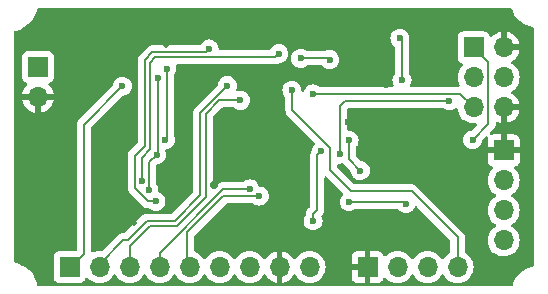
<source format=gbr>
%TF.GenerationSoftware,KiCad,Pcbnew,8.0.5*%
%TF.CreationDate,2024-09-30T08:41:21+06:00*%
%TF.ProjectId,MCU Datalogger,4d435520-4461-4746-916c-6f676765722e,rev?*%
%TF.SameCoordinates,Original*%
%TF.FileFunction,Copper,L2,Bot*%
%TF.FilePolarity,Positive*%
%FSLAX46Y46*%
G04 Gerber Fmt 4.6, Leading zero omitted, Abs format (unit mm)*
G04 Created by KiCad (PCBNEW 8.0.5) date 2024-09-30 08:41:21*
%MOMM*%
%LPD*%
G01*
G04 APERTURE LIST*
%TA.AperFunction,ComponentPad*%
%ADD10R,1.700000X1.700000*%
%TD*%
%TA.AperFunction,ComponentPad*%
%ADD11O,1.700000X1.700000*%
%TD*%
%TA.AperFunction,ViaPad*%
%ADD12C,0.900000*%
%TD*%
%TA.AperFunction,ViaPad*%
%ADD13C,0.600000*%
%TD*%
%TA.AperFunction,ViaPad*%
%ADD14C,0.500000*%
%TD*%
%TA.AperFunction,ViaPad*%
%ADD15C,0.700000*%
%TD*%
%TA.AperFunction,Conductor*%
%ADD16C,0.200000*%
%TD*%
%TA.AperFunction,Conductor*%
%ADD17C,0.350000*%
%TD*%
G04 APERTURE END LIST*
D10*
%TO.P,BT1,1,+*%
%TO.N,/VCC*%
X92500000Y-65460000D03*
D11*
%TO.P,BT1,2,-*%
%TO.N,GND*%
X92500000Y-68000000D03*
%TD*%
D10*
%TO.P,J3,1,Pin_1*%
%TO.N,/D2*%
X95180000Y-82400000D03*
D11*
%TO.P,J3,2,Pin_2*%
%TO.N,/D3*%
X97720000Y-82400000D03*
%TO.P,J3,3,Pin_3*%
%TO.N,/D4*%
X100260000Y-82400000D03*
%TO.P,J3,4,Pin_4*%
%TO.N,/D5*%
X102800000Y-82400000D03*
%TO.P,J3,5,Pin_5*%
%TO.N,/D6*%
X105340000Y-82400000D03*
%TO.P,J3,6,Pin_6*%
%TO.N,/D7*%
X107880000Y-82400000D03*
%TO.P,J3,7,Pin_7*%
%TO.N,/D8*%
X110420000Y-82400000D03*
%TO.P,J3,8,Pin_8*%
%TO.N,GND*%
X112960000Y-82400000D03*
%TO.P,J3,9,Pin_9*%
%TO.N,/VCC*%
X115500000Y-82400000D03*
%TD*%
D10*
%TO.P,J1,1,Pin_1*%
%TO.N,GND*%
X131940000Y-72540000D03*
D11*
%TO.P,J1,2,Pin_2*%
%TO.N,/VCC*%
X131940000Y-75080000D03*
%TO.P,J1,3,Pin_3*%
%TO.N,/SDA*%
X131940000Y-77620000D03*
%TO.P,J1,4,Pin_4*%
%TO.N,/SCK*%
X131940000Y-80160000D03*
%TD*%
D10*
%TO.P,J2,1,Pin_1*%
%TO.N,GND*%
X120410000Y-82400000D03*
D11*
%TO.P,J2,2,Pin_2*%
%TO.N,/VCC*%
X122950000Y-82400000D03*
%TO.P,J2,3,Pin_3*%
%TO.N,/RX*%
X125490000Y-82400000D03*
%TO.P,J2,4,Pin_4*%
%TO.N,/TX*%
X128030000Y-82400000D03*
%TD*%
D10*
%TO.P,J4,1,Pin_1*%
%TO.N,/MOSI*%
X129400000Y-63820000D03*
D11*
%TO.P,J4,2,Pin_2*%
%TO.N,GND*%
X131940000Y-63820000D03*
%TO.P,J4,3,Pin_3*%
%TO.N,/SCK*%
X129400000Y-66360000D03*
%TO.P,J4,4,Pin_4*%
%TO.N,/MISO*%
X131940000Y-66360000D03*
%TO.P,J4,5,Pin_5*%
%TO.N,/RESET*%
X129400000Y-68900000D03*
%TO.P,J4,6,Pin_6*%
%TO.N,GND*%
X131940000Y-68900000D03*
%TD*%
D12*
%TO.N,GND*%
X107750000Y-70600000D03*
X121950000Y-66800000D03*
X126400000Y-75800000D03*
D13*
X118250000Y-79750000D03*
D14*
X100600000Y-78650000D03*
D12*
X124400000Y-70800000D03*
D14*
X98850000Y-70400000D03*
X98900000Y-72900000D03*
X103350000Y-63600000D03*
D13*
X118800000Y-70100000D03*
D14*
X99150000Y-66100000D03*
X109650000Y-63500000D03*
D12*
X113100000Y-69350000D03*
X125000000Y-74800000D03*
D15*
X107450000Y-75500000D03*
D13*
%TO.N,Net-(U2-PB6)*%
X116500000Y-72600000D03*
X115800000Y-78500000D03*
%TO.N,/SCK*%
X103300000Y-71650000D03*
X123330000Y-66600000D03*
X123150000Y-63050000D03*
X103400000Y-65650000D03*
%TO.N,/SDA*%
X114750000Y-64750000D03*
X102650000Y-66400000D03*
X102550000Y-72900000D03*
X117200000Y-64850000D03*
X101900000Y-75850000D03*
%TO.N,/TX*%
X114000000Y-67450000D03*
%TO.N,/RX*%
X119800000Y-74250000D03*
X118850000Y-71700000D03*
%TO.N,/D3*%
X108550000Y-67050000D03*
%TO.N,/D2*%
X99650000Y-67100000D03*
%TO.N,/D6*%
X111250000Y-76400000D03*
%TO.N,/MISO*%
X127350000Y-68350000D03*
X118100000Y-72850000D03*
%TO.N,/MOSI*%
X118850000Y-76900000D03*
X123650000Y-77050000D03*
X129300000Y-71650000D03*
%TO.N,/RESET*%
X115800000Y-67750000D03*
%TO.N,Net-(U1-~{INTA})*%
X101300000Y-75150000D03*
X112900000Y-64350000D03*
%TO.N,Net-(U1-SQW{slash}~INT)*%
X102500000Y-76850000D03*
X107000000Y-63950000D03*
%TO.N,/D5*%
X110450000Y-75800000D03*
%TO.N,/D4*%
X109650000Y-68300000D03*
%TD*%
D16*
%TO.N,/D3*%
X97720000Y-82130000D02*
X97720000Y-82550000D01*
X100100000Y-80150000D02*
X99700000Y-80150000D01*
X101750000Y-78500000D02*
X100100000Y-80150000D01*
X99700000Y-80150000D02*
X97720000Y-82130000D01*
X104100000Y-78500000D02*
X101750000Y-78500000D01*
X106250000Y-76350000D02*
X104100000Y-78500000D01*
X108550000Y-67050000D02*
X106250000Y-69350000D01*
X106250000Y-69350000D02*
X106250000Y-76350000D01*
D17*
%TO.N,GND*%
X112960000Y-82550000D02*
X112960000Y-82090000D01*
D16*
%TO.N,Net-(U2-PB6)*%
X116150000Y-77550000D02*
X116150000Y-72950000D01*
X115800000Y-77900000D02*
X116150000Y-77550000D01*
X115800000Y-78500000D02*
X115800000Y-77900000D01*
X116150000Y-72950000D02*
X116500000Y-72600000D01*
%TO.N,/SCK*%
X103400000Y-71550000D02*
X103300000Y-71650000D01*
X103400000Y-65650000D02*
X103400000Y-71550000D01*
X123330000Y-66600000D02*
X123330000Y-63150000D01*
%TO.N,/SDA*%
X101900000Y-75850000D02*
X101900000Y-73550000D01*
X101900000Y-73550000D02*
X102550000Y-72900000D01*
X102650000Y-66400000D02*
X102650000Y-72800000D01*
X102650000Y-72800000D02*
X102550000Y-72900000D01*
%TO.N,/TX*%
X114000000Y-69100000D02*
X117250000Y-72350000D01*
X117250000Y-74200000D02*
X119050000Y-76000000D01*
X114000000Y-67450000D02*
X114000000Y-69100000D01*
X117250000Y-72350000D02*
X117250000Y-74200000D01*
X119050000Y-76000000D02*
X124150000Y-76000000D01*
X124150000Y-76000000D02*
X128030000Y-79880000D01*
X128030000Y-79880000D02*
X128030000Y-82550000D01*
%TO.N,/RX*%
X118850000Y-73300000D02*
X119800000Y-74250000D01*
X118850000Y-71700000D02*
X118850000Y-73300000D01*
%TO.N,/D2*%
X99650000Y-67100000D02*
X96400000Y-70350000D01*
X96400000Y-70350000D02*
X96400000Y-81330000D01*
X96400000Y-81330000D02*
X95180000Y-82550000D01*
%TO.N,/D6*%
X105150000Y-79450000D02*
X105150000Y-82360000D01*
X108200000Y-76400000D02*
X105150000Y-79450000D01*
X105150000Y-82360000D02*
X105340000Y-82550000D01*
X111250000Y-76400000D02*
X108200000Y-76400000D01*
%TO.N,/MISO*%
X118100000Y-72850000D02*
X118100000Y-68750000D01*
X118100000Y-68750000D02*
X118500000Y-68350000D01*
X118500000Y-68350000D02*
X127350000Y-68350000D01*
%TO.N,/MOSI*%
X130650000Y-70300000D02*
X130650000Y-65070000D01*
X129300000Y-71650000D02*
X130650000Y-70300000D01*
X123500000Y-76900000D02*
X123650000Y-77050000D01*
X118850000Y-76900000D02*
X123500000Y-76900000D01*
X130650000Y-65070000D02*
X129400000Y-63820000D01*
%TO.N,/RESET*%
X128250000Y-67750000D02*
X129400000Y-68900000D01*
X115800000Y-67750000D02*
X128250000Y-67750000D01*
%TO.N,Net-(U1-SQW{slash}~INT)*%
X101850000Y-76850000D02*
X102500000Y-76850000D01*
X100700000Y-75700000D02*
X101850000Y-76850000D01*
X100700000Y-73000000D02*
X100700000Y-75700000D01*
X106700000Y-64250000D02*
X102200000Y-64250000D01*
X101550000Y-72150000D02*
X100700000Y-73000000D01*
X102200000Y-64250000D02*
X101550000Y-64900000D01*
X101550000Y-64900000D02*
X101550000Y-72150000D01*
X107000000Y-63950000D02*
X106700000Y-64250000D01*
%TO.N,/D5*%
X110450000Y-75800000D02*
X108200000Y-75800000D01*
X108200000Y-75800000D02*
X102800000Y-81200000D01*
X102800000Y-81200000D02*
X102800000Y-82550000D01*
%TO.N,/D4*%
X104300000Y-78900000D02*
X102000000Y-78900000D01*
X102000000Y-78900000D02*
X100260000Y-80640000D01*
X106732843Y-69432843D02*
X106732843Y-76467157D01*
X107865686Y-68300000D02*
X106732843Y-69432843D01*
X109650000Y-68300000D02*
X107865686Y-68300000D01*
X106732843Y-76467157D02*
X104300000Y-78900000D01*
X100260000Y-80640000D02*
X100260000Y-82550000D01*
%TO.N,/SDA*%
X117100000Y-64750000D02*
X117200000Y-64850000D01*
X114750000Y-64750000D02*
X117100000Y-64750000D01*
%TO.N,Net-(U1-~{INTA})*%
X101300000Y-73150000D02*
X101300000Y-75150000D01*
X102000000Y-72450000D02*
X101300000Y-73150000D01*
X112600000Y-64650000D02*
X102450000Y-64650000D01*
X112900000Y-64350000D02*
X112600000Y-64650000D01*
X102450000Y-64650000D02*
X102000000Y-65100000D01*
X102000000Y-65100000D02*
X102000000Y-72450000D01*
%TD*%
%TA.AperFunction,Conductor*%
%TO.N,GND*%
G36*
X132481692Y-60500887D02*
G01*
X132496634Y-60503331D01*
X132496637Y-60503331D01*
X132496643Y-60503332D01*
X132515237Y-60501472D01*
X132583901Y-60514386D01*
X132634684Y-60562374D01*
X132645214Y-60585643D01*
X132700001Y-60750003D01*
X132849999Y-61049999D01*
X133099996Y-61349995D01*
X133100012Y-61350013D01*
X133350000Y-61600000D01*
X133350005Y-61600004D01*
X133699994Y-61849996D01*
X133700000Y-61850000D01*
X134350000Y-62100000D01*
X134414713Y-62121571D01*
X134472087Y-62161444D01*
X134498795Y-62226008D01*
X134499500Y-62239207D01*
X134499500Y-82253372D01*
X134479815Y-82320411D01*
X134427011Y-82366166D01*
X134395886Y-82375685D01*
X134249999Y-82400000D01*
X134249998Y-82400000D01*
X133800002Y-82599998D01*
X133799999Y-82600000D01*
X133550000Y-82750000D01*
X133299999Y-82950000D01*
X133104287Y-83194640D01*
X133095141Y-83204858D01*
X132900000Y-83399999D01*
X132850346Y-83548962D01*
X132849640Y-83551019D01*
X132718702Y-83922009D01*
X132677827Y-83978675D01*
X132612805Y-84004247D01*
X132569686Y-84000516D01*
X132565896Y-83999500D01*
X132565892Y-83999500D01*
X128082950Y-83999500D01*
X128027714Y-83983280D01*
X128001482Y-83997069D01*
X127977050Y-83999500D01*
X125542950Y-83999500D01*
X125487714Y-83983280D01*
X125461482Y-83997069D01*
X125437050Y-83999500D01*
X123002950Y-83999500D01*
X122947714Y-83983280D01*
X122921482Y-83997069D01*
X122897050Y-83999500D01*
X115552950Y-83999500D01*
X115497714Y-83983280D01*
X115471482Y-83997069D01*
X115447050Y-83999500D01*
X110472950Y-83999500D01*
X110417714Y-83983280D01*
X110391482Y-83997069D01*
X110367050Y-83999500D01*
X107932950Y-83999500D01*
X107877714Y-83983280D01*
X107851482Y-83997069D01*
X107827050Y-83999500D01*
X105392950Y-83999500D01*
X105337714Y-83983280D01*
X105311482Y-83997069D01*
X105287050Y-83999500D01*
X102852950Y-83999500D01*
X102797714Y-83983280D01*
X102771482Y-83997069D01*
X102747050Y-83999500D01*
X100312950Y-83999500D01*
X100257714Y-83983280D01*
X100231482Y-83997069D01*
X100207050Y-83999500D01*
X97772950Y-83999500D01*
X97717714Y-83983280D01*
X97691482Y-83997069D01*
X97667050Y-83999500D01*
X92559191Y-83999500D01*
X92492152Y-83979815D01*
X92446397Y-83927011D01*
X92438894Y-83905578D01*
X92400000Y-83750000D01*
X92350000Y-83600000D01*
X92200001Y-83250003D01*
X92050001Y-82900001D01*
X92050000Y-82899999D01*
X91754319Y-82653599D01*
X91746021Y-82646021D01*
X91500000Y-82400000D01*
X91212910Y-82304303D01*
X91188326Y-82292995D01*
X90949999Y-82149999D01*
X90750000Y-82050000D01*
X90612161Y-82036216D01*
X90547413Y-82009958D01*
X90507140Y-81952863D01*
X90500500Y-81912831D01*
X90500500Y-81502135D01*
X93829500Y-81502135D01*
X93829500Y-83297870D01*
X93829501Y-83297876D01*
X93835908Y-83357483D01*
X93886202Y-83492328D01*
X93886206Y-83492335D01*
X93972452Y-83607544D01*
X93972455Y-83607547D01*
X94087664Y-83693793D01*
X94087671Y-83693797D01*
X94222517Y-83744091D01*
X94222516Y-83744091D01*
X94229444Y-83744835D01*
X94282127Y-83750500D01*
X96077872Y-83750499D01*
X96137483Y-83744091D01*
X96272331Y-83693796D01*
X96387546Y-83607546D01*
X96473796Y-83492331D01*
X96522810Y-83360916D01*
X96564681Y-83304984D01*
X96630145Y-83280566D01*
X96698418Y-83295417D01*
X96726673Y-83316569D01*
X96848599Y-83438495D01*
X96945384Y-83506265D01*
X97042165Y-83574032D01*
X97042167Y-83574033D01*
X97042170Y-83574035D01*
X97256337Y-83673903D01*
X97484592Y-83735063D01*
X97655319Y-83750000D01*
X97677858Y-83751972D01*
X97719655Y-83768322D01*
X97738015Y-83756523D01*
X97762142Y-83751972D01*
X97784681Y-83750000D01*
X97955408Y-83735063D01*
X98183663Y-83673903D01*
X98397830Y-83574035D01*
X98591401Y-83438495D01*
X98758495Y-83271401D01*
X98888425Y-83085842D01*
X98943002Y-83042217D01*
X99012500Y-83035023D01*
X99074855Y-83066546D01*
X99091575Y-83085842D01*
X99221500Y-83271395D01*
X99221505Y-83271401D01*
X99388599Y-83438495D01*
X99485384Y-83506265D01*
X99582165Y-83574032D01*
X99582167Y-83574033D01*
X99582170Y-83574035D01*
X99796337Y-83673903D01*
X100024592Y-83735063D01*
X100195319Y-83750000D01*
X100217858Y-83751972D01*
X100259655Y-83768322D01*
X100278015Y-83756523D01*
X100302142Y-83751972D01*
X100324681Y-83750000D01*
X100495408Y-83735063D01*
X100723663Y-83673903D01*
X100937830Y-83574035D01*
X101131401Y-83438495D01*
X101298495Y-83271401D01*
X101428425Y-83085842D01*
X101483002Y-83042217D01*
X101552500Y-83035023D01*
X101614855Y-83066546D01*
X101631575Y-83085842D01*
X101761500Y-83271395D01*
X101761505Y-83271401D01*
X101928599Y-83438495D01*
X102025384Y-83506265D01*
X102122165Y-83574032D01*
X102122167Y-83574033D01*
X102122170Y-83574035D01*
X102336337Y-83673903D01*
X102564592Y-83735063D01*
X102735319Y-83750000D01*
X102757858Y-83751972D01*
X102799655Y-83768322D01*
X102818015Y-83756523D01*
X102842142Y-83751972D01*
X102864681Y-83750000D01*
X103035408Y-83735063D01*
X103263663Y-83673903D01*
X103477830Y-83574035D01*
X103671401Y-83438495D01*
X103838495Y-83271401D01*
X103968425Y-83085842D01*
X104023002Y-83042217D01*
X104092500Y-83035023D01*
X104154855Y-83066546D01*
X104171575Y-83085842D01*
X104301500Y-83271395D01*
X104301505Y-83271401D01*
X104468599Y-83438495D01*
X104565384Y-83506265D01*
X104662165Y-83574032D01*
X104662167Y-83574033D01*
X104662170Y-83574035D01*
X104876337Y-83673903D01*
X105104592Y-83735063D01*
X105275319Y-83750000D01*
X105297858Y-83751972D01*
X105339655Y-83768322D01*
X105358015Y-83756523D01*
X105382142Y-83751972D01*
X105404681Y-83750000D01*
X105575408Y-83735063D01*
X105803663Y-83673903D01*
X106017830Y-83574035D01*
X106211401Y-83438495D01*
X106378495Y-83271401D01*
X106508425Y-83085842D01*
X106563002Y-83042217D01*
X106632500Y-83035023D01*
X106694855Y-83066546D01*
X106711575Y-83085842D01*
X106841500Y-83271395D01*
X106841505Y-83271401D01*
X107008599Y-83438495D01*
X107105384Y-83506265D01*
X107202165Y-83574032D01*
X107202167Y-83574033D01*
X107202170Y-83574035D01*
X107416337Y-83673903D01*
X107644592Y-83735063D01*
X107815319Y-83750000D01*
X107837858Y-83751972D01*
X107879655Y-83768322D01*
X107898015Y-83756523D01*
X107922142Y-83751972D01*
X107944681Y-83750000D01*
X108115408Y-83735063D01*
X108343663Y-83673903D01*
X108557830Y-83574035D01*
X108751401Y-83438495D01*
X108918495Y-83271401D01*
X109048425Y-83085842D01*
X109103002Y-83042217D01*
X109172500Y-83035023D01*
X109234855Y-83066546D01*
X109251575Y-83085842D01*
X109381500Y-83271395D01*
X109381505Y-83271401D01*
X109548599Y-83438495D01*
X109645384Y-83506265D01*
X109742165Y-83574032D01*
X109742167Y-83574033D01*
X109742170Y-83574035D01*
X109956337Y-83673903D01*
X110184592Y-83735063D01*
X110355319Y-83750000D01*
X110377858Y-83751972D01*
X110419655Y-83768322D01*
X110438015Y-83756523D01*
X110462142Y-83751972D01*
X110484681Y-83750000D01*
X110655408Y-83735063D01*
X110883663Y-83673903D01*
X111097830Y-83574035D01*
X111291401Y-83438495D01*
X111458495Y-83271401D01*
X111588730Y-83085405D01*
X111643307Y-83041781D01*
X111712805Y-83034587D01*
X111775160Y-83066110D01*
X111791879Y-83085405D01*
X111921890Y-83271078D01*
X112088917Y-83438105D01*
X112282421Y-83573600D01*
X112496507Y-83673429D01*
X112496516Y-83673433D01*
X112710000Y-83730634D01*
X112710000Y-82833012D01*
X112767007Y-82865925D01*
X112894174Y-82900000D01*
X113025826Y-82900000D01*
X113152993Y-82865925D01*
X113210000Y-82833012D01*
X113210000Y-83730633D01*
X113423483Y-83673433D01*
X113423492Y-83673429D01*
X113637578Y-83573600D01*
X113831082Y-83438105D01*
X113998105Y-83271082D01*
X114128119Y-83085405D01*
X114182696Y-83041781D01*
X114252195Y-83034588D01*
X114314549Y-83066110D01*
X114331269Y-83085405D01*
X114461505Y-83271401D01*
X114628599Y-83438495D01*
X114725384Y-83506265D01*
X114822165Y-83574032D01*
X114822167Y-83574033D01*
X114822170Y-83574035D01*
X115036337Y-83673903D01*
X115264592Y-83735063D01*
X115435319Y-83750000D01*
X115457858Y-83751972D01*
X115499655Y-83768322D01*
X115518015Y-83756523D01*
X115542142Y-83751972D01*
X115564681Y-83750000D01*
X115735408Y-83735063D01*
X115963663Y-83673903D01*
X116177830Y-83574035D01*
X116371401Y-83438495D01*
X116538495Y-83271401D01*
X116674035Y-83077830D01*
X116773903Y-82863663D01*
X116835063Y-82635408D01*
X116855659Y-82400000D01*
X116835063Y-82164592D01*
X116773903Y-81936337D01*
X116674035Y-81722171D01*
X116668731Y-81714595D01*
X116538494Y-81528597D01*
X116371402Y-81361506D01*
X116371395Y-81361501D01*
X116363410Y-81355910D01*
X116294518Y-81307671D01*
X116177834Y-81225967D01*
X116177830Y-81225965D01*
X116118927Y-81198498D01*
X115963663Y-81126097D01*
X115963659Y-81126096D01*
X115963655Y-81126094D01*
X115735413Y-81064938D01*
X115735403Y-81064936D01*
X115500001Y-81044341D01*
X115499999Y-81044341D01*
X115264596Y-81064936D01*
X115264586Y-81064938D01*
X115036344Y-81126094D01*
X115036335Y-81126098D01*
X114822171Y-81225964D01*
X114822169Y-81225965D01*
X114628597Y-81361505D01*
X114461508Y-81528594D01*
X114331269Y-81714595D01*
X114276692Y-81758219D01*
X114207193Y-81765412D01*
X114144839Y-81733890D01*
X114128119Y-81714594D01*
X113998113Y-81528926D01*
X113998108Y-81528920D01*
X113831082Y-81361894D01*
X113637578Y-81226399D01*
X113423492Y-81126570D01*
X113423486Y-81126567D01*
X113210000Y-81069364D01*
X113210000Y-81966988D01*
X113152993Y-81934075D01*
X113025826Y-81900000D01*
X112894174Y-81900000D01*
X112767007Y-81934075D01*
X112710000Y-81966988D01*
X112710000Y-81069364D01*
X112709999Y-81069364D01*
X112496513Y-81126567D01*
X112496507Y-81126570D01*
X112282422Y-81226399D01*
X112282420Y-81226400D01*
X112088926Y-81361886D01*
X112088920Y-81361891D01*
X111921891Y-81528920D01*
X111921890Y-81528922D01*
X111791880Y-81714595D01*
X111737303Y-81758219D01*
X111667804Y-81765412D01*
X111605450Y-81733890D01*
X111588730Y-81714594D01*
X111458494Y-81528597D01*
X111291402Y-81361506D01*
X111291395Y-81361501D01*
X111283410Y-81355910D01*
X111214518Y-81307671D01*
X111097834Y-81225967D01*
X111097830Y-81225965D01*
X111038927Y-81198498D01*
X110883663Y-81126097D01*
X110883659Y-81126096D01*
X110883655Y-81126094D01*
X110655413Y-81064938D01*
X110655403Y-81064936D01*
X110420001Y-81044341D01*
X110419999Y-81044341D01*
X110184596Y-81064936D01*
X110184586Y-81064938D01*
X109956344Y-81126094D01*
X109956335Y-81126098D01*
X109742171Y-81225964D01*
X109742169Y-81225965D01*
X109548597Y-81361505D01*
X109381505Y-81528597D01*
X109251575Y-81714158D01*
X109196998Y-81757783D01*
X109127500Y-81764977D01*
X109065145Y-81733454D01*
X109048425Y-81714158D01*
X108918494Y-81528597D01*
X108751402Y-81361506D01*
X108751395Y-81361501D01*
X108743410Y-81355910D01*
X108674518Y-81307671D01*
X108557834Y-81225967D01*
X108557830Y-81225965D01*
X108498927Y-81198498D01*
X108343663Y-81126097D01*
X108343659Y-81126096D01*
X108343655Y-81126094D01*
X108115413Y-81064938D01*
X108115403Y-81064936D01*
X107880001Y-81044341D01*
X107879999Y-81044341D01*
X107644596Y-81064936D01*
X107644586Y-81064938D01*
X107416344Y-81126094D01*
X107416335Y-81126098D01*
X107202171Y-81225964D01*
X107202169Y-81225965D01*
X107008597Y-81361505D01*
X106841505Y-81528597D01*
X106711575Y-81714158D01*
X106656998Y-81757783D01*
X106587500Y-81764977D01*
X106525145Y-81733454D01*
X106508425Y-81714158D01*
X106378494Y-81528597D01*
X106211402Y-81361506D01*
X106211395Y-81361501D01*
X106203410Y-81355910D01*
X106134518Y-81307671D01*
X106017834Y-81225967D01*
X106017830Y-81225965D01*
X105822095Y-81134692D01*
X105769656Y-81088520D01*
X105750500Y-81022310D01*
X105750500Y-79750097D01*
X105770185Y-79683058D01*
X105786819Y-79662416D01*
X108412416Y-77036819D01*
X108473739Y-77003334D01*
X108500097Y-77000500D01*
X110667588Y-77000500D01*
X110734627Y-77020185D01*
X110744903Y-77027555D01*
X110747736Y-77029814D01*
X110747738Y-77029816D01*
X110900478Y-77125789D01*
X111070745Y-77185368D01*
X111070750Y-77185369D01*
X111249996Y-77205565D01*
X111250000Y-77205565D01*
X111250004Y-77205565D01*
X111429249Y-77185369D01*
X111429252Y-77185368D01*
X111429255Y-77185368D01*
X111599522Y-77125789D01*
X111752262Y-77029816D01*
X111879816Y-76902262D01*
X111975789Y-76749522D01*
X112035368Y-76579255D01*
X112035369Y-76579249D01*
X112055565Y-76400003D01*
X112055565Y-76399996D01*
X112035369Y-76220750D01*
X112035368Y-76220745D01*
X112023765Y-76187585D01*
X111975789Y-76050478D01*
X111879816Y-75897738D01*
X111752262Y-75770184D01*
X111732601Y-75757830D01*
X111599523Y-75674211D01*
X111429254Y-75614631D01*
X111429250Y-75614630D01*
X111302607Y-75600361D01*
X111238193Y-75573294D01*
X111199449Y-75518095D01*
X111175788Y-75450476D01*
X111111233Y-75347738D01*
X111079816Y-75297738D01*
X110952262Y-75170184D01*
X110799523Y-75074211D01*
X110629254Y-75014631D01*
X110629249Y-75014630D01*
X110450004Y-74994435D01*
X110449996Y-74994435D01*
X110270750Y-75014630D01*
X110270745Y-75014631D01*
X110100476Y-75074211D01*
X109947736Y-75170185D01*
X109944903Y-75172445D01*
X109942724Y-75173334D01*
X109941842Y-75173889D01*
X109941744Y-75173734D01*
X109880217Y-75198855D01*
X109867588Y-75199500D01*
X108279057Y-75199500D01*
X108120942Y-75199500D01*
X107968215Y-75240423D01*
X107968214Y-75240423D01*
X107968212Y-75240424D01*
X107968209Y-75240425D01*
X107933066Y-75260716D01*
X107933064Y-75260717D01*
X107831290Y-75319475D01*
X107831282Y-75319481D01*
X107545024Y-75605740D01*
X107483701Y-75639225D01*
X107414009Y-75634241D01*
X107358076Y-75592369D01*
X107333659Y-75526905D01*
X107333343Y-75518059D01*
X107333343Y-69732940D01*
X107353028Y-69665901D01*
X107369662Y-69645259D01*
X108078102Y-68936819D01*
X108139425Y-68903334D01*
X108165783Y-68900500D01*
X109067588Y-68900500D01*
X109134627Y-68920185D01*
X109144903Y-68927555D01*
X109147736Y-68929814D01*
X109147738Y-68929816D01*
X109257422Y-68998735D01*
X109292765Y-69020943D01*
X109300478Y-69025789D01*
X109402997Y-69061662D01*
X109470745Y-69085368D01*
X109470750Y-69085369D01*
X109649996Y-69105565D01*
X109650000Y-69105565D01*
X109650004Y-69105565D01*
X109829249Y-69085369D01*
X109829252Y-69085368D01*
X109829255Y-69085368D01*
X109999522Y-69025789D01*
X110152262Y-68929816D01*
X110279816Y-68802262D01*
X110375789Y-68649522D01*
X110435368Y-68479255D01*
X110440184Y-68436513D01*
X110455565Y-68300003D01*
X110455565Y-68299996D01*
X110435369Y-68120750D01*
X110435368Y-68120745D01*
X110377405Y-67955097D01*
X110375789Y-67950478D01*
X110344083Y-67900019D01*
X110320125Y-67861890D01*
X110279816Y-67797738D01*
X110152262Y-67670184D01*
X110099425Y-67636984D01*
X109999523Y-67574211D01*
X109829254Y-67514631D01*
X109829249Y-67514630D01*
X109650004Y-67494435D01*
X109649996Y-67494435D01*
X109470750Y-67514630D01*
X109470738Y-67514633D01*
X109445727Y-67523385D01*
X109375948Y-67526946D01*
X109315321Y-67492216D01*
X109293374Y-67449996D01*
X113194435Y-67449996D01*
X113194435Y-67450003D01*
X113214630Y-67629249D01*
X113214631Y-67629254D01*
X113274211Y-67799523D01*
X113370185Y-67952263D01*
X113372445Y-67955097D01*
X113373334Y-67957275D01*
X113373889Y-67958158D01*
X113373734Y-67958255D01*
X113398855Y-68019783D01*
X113399500Y-68032412D01*
X113399500Y-69013330D01*
X113399499Y-69013348D01*
X113399499Y-69179054D01*
X113399498Y-69179054D01*
X113440423Y-69331786D01*
X113440424Y-69331787D01*
X113468560Y-69380520D01*
X113519480Y-69468716D01*
X113519482Y-69468718D01*
X113638349Y-69587585D01*
X113638355Y-69587590D01*
X115921662Y-71870897D01*
X115955147Y-71932220D01*
X115950163Y-72001912D01*
X115921663Y-72046258D01*
X115870184Y-72097737D01*
X115774210Y-72250478D01*
X115714630Y-72420750D01*
X115704837Y-72507667D01*
X115677770Y-72572081D01*
X115669584Y-72581148D01*
X115669480Y-72581284D01*
X115641054Y-72630520D01*
X115590423Y-72718215D01*
X115549499Y-72870943D01*
X115549499Y-72870945D01*
X115549499Y-73039046D01*
X115549500Y-73039059D01*
X115549500Y-77249901D01*
X115529815Y-77316940D01*
X115513181Y-77337582D01*
X115424214Y-77426548D01*
X115424215Y-77426549D01*
X115319478Y-77531286D01*
X115285996Y-77589281D01*
X115285995Y-77589283D01*
X115240423Y-77668214D01*
X115230415Y-77705565D01*
X115199499Y-77820943D01*
X115199499Y-77820945D01*
X115199499Y-77917589D01*
X115179814Y-77984628D01*
X115172445Y-77994903D01*
X115170184Y-77997737D01*
X115074211Y-78150476D01*
X115014631Y-78320745D01*
X115014630Y-78320750D01*
X114994435Y-78499996D01*
X114994435Y-78500003D01*
X115014630Y-78679249D01*
X115014631Y-78679254D01*
X115074211Y-78849523D01*
X115129176Y-78936998D01*
X115170184Y-79002262D01*
X115297738Y-79129816D01*
X115450478Y-79225789D01*
X115620745Y-79285368D01*
X115620750Y-79285369D01*
X115799996Y-79305565D01*
X115800000Y-79305565D01*
X115800004Y-79305565D01*
X115979249Y-79285369D01*
X115979252Y-79285368D01*
X115979255Y-79285368D01*
X116149522Y-79225789D01*
X116302262Y-79129816D01*
X116429816Y-79002262D01*
X116525789Y-78849522D01*
X116585368Y-78679255D01*
X116587707Y-78658495D01*
X116605565Y-78500003D01*
X116605565Y-78499996D01*
X116585369Y-78320750D01*
X116585368Y-78320745D01*
X116525786Y-78150470D01*
X116522769Y-78144205D01*
X116525599Y-78142841D01*
X116510382Y-78088907D01*
X116530776Y-78022080D01*
X116546687Y-78002547D01*
X116630520Y-77918716D01*
X116709577Y-77781784D01*
X116750501Y-77629057D01*
X116750501Y-77470942D01*
X116750501Y-77463347D01*
X116750500Y-77463329D01*
X116750500Y-74849097D01*
X116770185Y-74782058D01*
X116822989Y-74736303D01*
X116892147Y-74726359D01*
X116955703Y-74755384D01*
X116962181Y-74761416D01*
X118321662Y-76120897D01*
X118355147Y-76182220D01*
X118350163Y-76251912D01*
X118321663Y-76296259D01*
X118220183Y-76397739D01*
X118124211Y-76550476D01*
X118064631Y-76720745D01*
X118064630Y-76720750D01*
X118044435Y-76899996D01*
X118044435Y-76900003D01*
X118064630Y-77079249D01*
X118064631Y-77079254D01*
X118124211Y-77249523D01*
X118175104Y-77330518D01*
X118220184Y-77402262D01*
X118347738Y-77529816D01*
X118500478Y-77625789D01*
X118654878Y-77679816D01*
X118670745Y-77685368D01*
X118670750Y-77685369D01*
X118849996Y-77705565D01*
X118850000Y-77705565D01*
X118850004Y-77705565D01*
X119029249Y-77685369D01*
X119029252Y-77685368D01*
X119029255Y-77685368D01*
X119199522Y-77625789D01*
X119352262Y-77529816D01*
X119352267Y-77529810D01*
X119355097Y-77527555D01*
X119357275Y-77526665D01*
X119358158Y-77526111D01*
X119358255Y-77526265D01*
X119419783Y-77501145D01*
X119432412Y-77500500D01*
X122919190Y-77500500D01*
X122986229Y-77520185D01*
X123016135Y-77547185D01*
X123020183Y-77552261D01*
X123020184Y-77552262D01*
X123147738Y-77679816D01*
X123300478Y-77775789D01*
X123470745Y-77835368D01*
X123470750Y-77835369D01*
X123649996Y-77855565D01*
X123650000Y-77855565D01*
X123650004Y-77855565D01*
X123829249Y-77835369D01*
X123829252Y-77835368D01*
X123829255Y-77835368D01*
X123999522Y-77775789D01*
X124152262Y-77679816D01*
X124279816Y-77552262D01*
X124375789Y-77399522D01*
X124394724Y-77345409D01*
X124435446Y-77288633D01*
X124500398Y-77262885D01*
X124568960Y-77276341D01*
X124599447Y-77298682D01*
X127393181Y-80092416D01*
X127426666Y-80153739D01*
X127429500Y-80180097D01*
X127429500Y-81110908D01*
X127409815Y-81177947D01*
X127357914Y-81223286D01*
X127352173Y-81225963D01*
X127352169Y-81225965D01*
X127158597Y-81361505D01*
X126991505Y-81528597D01*
X126861575Y-81714158D01*
X126806998Y-81757783D01*
X126737500Y-81764977D01*
X126675145Y-81733454D01*
X126658425Y-81714158D01*
X126528494Y-81528597D01*
X126361402Y-81361506D01*
X126361395Y-81361501D01*
X126353410Y-81355910D01*
X126284518Y-81307671D01*
X126167834Y-81225967D01*
X126167830Y-81225965D01*
X126108927Y-81198498D01*
X125953663Y-81126097D01*
X125953659Y-81126096D01*
X125953655Y-81126094D01*
X125725413Y-81064938D01*
X125725403Y-81064936D01*
X125490001Y-81044341D01*
X125489999Y-81044341D01*
X125254596Y-81064936D01*
X125254586Y-81064938D01*
X125026344Y-81126094D01*
X125026335Y-81126098D01*
X124812171Y-81225964D01*
X124812169Y-81225965D01*
X124618597Y-81361505D01*
X124451505Y-81528597D01*
X124321575Y-81714158D01*
X124266998Y-81757783D01*
X124197500Y-81764977D01*
X124135145Y-81733454D01*
X124118425Y-81714158D01*
X123988494Y-81528597D01*
X123821402Y-81361506D01*
X123821395Y-81361501D01*
X123813410Y-81355910D01*
X123744518Y-81307671D01*
X123627834Y-81225967D01*
X123627830Y-81225965D01*
X123568927Y-81198498D01*
X123413663Y-81126097D01*
X123413659Y-81126096D01*
X123413655Y-81126094D01*
X123185413Y-81064938D01*
X123185403Y-81064936D01*
X122950001Y-81044341D01*
X122949999Y-81044341D01*
X122714596Y-81064936D01*
X122714586Y-81064938D01*
X122486344Y-81126094D01*
X122486335Y-81126098D01*
X122272171Y-81225964D01*
X122272169Y-81225965D01*
X122078600Y-81361503D01*
X121956284Y-81483819D01*
X121894961Y-81517303D01*
X121825269Y-81512319D01*
X121769336Y-81470447D01*
X121752421Y-81439470D01*
X121703354Y-81307913D01*
X121703350Y-81307906D01*
X121617190Y-81192812D01*
X121617187Y-81192809D01*
X121502093Y-81106649D01*
X121502086Y-81106645D01*
X121367379Y-81056403D01*
X121367372Y-81056401D01*
X121307844Y-81050000D01*
X120660000Y-81050000D01*
X120660000Y-81966988D01*
X120602993Y-81934075D01*
X120475826Y-81900000D01*
X120344174Y-81900000D01*
X120217007Y-81934075D01*
X120160000Y-81966988D01*
X120160000Y-81050000D01*
X119512155Y-81050000D01*
X119452627Y-81056401D01*
X119452620Y-81056403D01*
X119317913Y-81106645D01*
X119317906Y-81106649D01*
X119202812Y-81192809D01*
X119202809Y-81192812D01*
X119116649Y-81307906D01*
X119116645Y-81307913D01*
X119066403Y-81442620D01*
X119066401Y-81442627D01*
X119060000Y-81502155D01*
X119060000Y-82150000D01*
X119976988Y-82150000D01*
X119944075Y-82207007D01*
X119910000Y-82334174D01*
X119910000Y-82465826D01*
X119944075Y-82592993D01*
X119976988Y-82650000D01*
X119060000Y-82650000D01*
X119060000Y-83297844D01*
X119066401Y-83357372D01*
X119066403Y-83357379D01*
X119116645Y-83492086D01*
X119116649Y-83492093D01*
X119202809Y-83607187D01*
X119202812Y-83607190D01*
X119317906Y-83693350D01*
X119317913Y-83693354D01*
X119452620Y-83743596D01*
X119452627Y-83743598D01*
X119512155Y-83749999D01*
X119512172Y-83750000D01*
X120160000Y-83750000D01*
X120160000Y-82833012D01*
X120217007Y-82865925D01*
X120344174Y-82900000D01*
X120475826Y-82900000D01*
X120602993Y-82865925D01*
X120660000Y-82833012D01*
X120660000Y-83750000D01*
X121307828Y-83750000D01*
X121307844Y-83749999D01*
X121367372Y-83743598D01*
X121367379Y-83743596D01*
X121502086Y-83693354D01*
X121502093Y-83693350D01*
X121617187Y-83607190D01*
X121617190Y-83607187D01*
X121703350Y-83492093D01*
X121703354Y-83492086D01*
X121752422Y-83360529D01*
X121794293Y-83304595D01*
X121859757Y-83280178D01*
X121928030Y-83295030D01*
X121956285Y-83316181D01*
X122078599Y-83438495D01*
X122175384Y-83506265D01*
X122272165Y-83574032D01*
X122272167Y-83574033D01*
X122272170Y-83574035D01*
X122486337Y-83673903D01*
X122714592Y-83735063D01*
X122885319Y-83750000D01*
X122907858Y-83751972D01*
X122949655Y-83768322D01*
X122968015Y-83756523D01*
X122992142Y-83751972D01*
X123014681Y-83750000D01*
X123185408Y-83735063D01*
X123413663Y-83673903D01*
X123627830Y-83574035D01*
X123821401Y-83438495D01*
X123988495Y-83271401D01*
X124118425Y-83085842D01*
X124173002Y-83042217D01*
X124242500Y-83035023D01*
X124304855Y-83066546D01*
X124321575Y-83085842D01*
X124451500Y-83271395D01*
X124451505Y-83271401D01*
X124618599Y-83438495D01*
X124715384Y-83506265D01*
X124812165Y-83574032D01*
X124812167Y-83574033D01*
X124812170Y-83574035D01*
X125026337Y-83673903D01*
X125254592Y-83735063D01*
X125425319Y-83750000D01*
X125447858Y-83751972D01*
X125489655Y-83768322D01*
X125508015Y-83756523D01*
X125532142Y-83751972D01*
X125554681Y-83750000D01*
X125725408Y-83735063D01*
X125953663Y-83673903D01*
X126167830Y-83574035D01*
X126361401Y-83438495D01*
X126528495Y-83271401D01*
X126658425Y-83085842D01*
X126713002Y-83042217D01*
X126782500Y-83035023D01*
X126844855Y-83066546D01*
X126861575Y-83085842D01*
X126991500Y-83271395D01*
X126991505Y-83271401D01*
X127158599Y-83438495D01*
X127255384Y-83506265D01*
X127352165Y-83574032D01*
X127352167Y-83574033D01*
X127352170Y-83574035D01*
X127566337Y-83673903D01*
X127794592Y-83735063D01*
X127965319Y-83750000D01*
X127987858Y-83751972D01*
X128029655Y-83768322D01*
X128048015Y-83756523D01*
X128072142Y-83751972D01*
X128094681Y-83750000D01*
X128265408Y-83735063D01*
X128493663Y-83673903D01*
X128707830Y-83574035D01*
X128901401Y-83438495D01*
X129068495Y-83271401D01*
X129204035Y-83077830D01*
X129303903Y-82863663D01*
X129365063Y-82635408D01*
X129385659Y-82400000D01*
X129365063Y-82164592D01*
X129303903Y-81936337D01*
X129204035Y-81722171D01*
X129198731Y-81714595D01*
X129068494Y-81528597D01*
X128901402Y-81361506D01*
X128901395Y-81361501D01*
X128893410Y-81355910D01*
X128824518Y-81307671D01*
X128707831Y-81225965D01*
X128707826Y-81225962D01*
X128702091Y-81223288D01*
X128649653Y-81177113D01*
X128630500Y-81110908D01*
X128630500Y-79969060D01*
X128630501Y-79969047D01*
X128630501Y-79800944D01*
X128625233Y-79781284D01*
X128589577Y-79648216D01*
X128532584Y-79549500D01*
X128510524Y-79511290D01*
X128510518Y-79511282D01*
X124637590Y-75638355D01*
X124637588Y-75638352D01*
X124518717Y-75519481D01*
X124518709Y-75519475D01*
X124429923Y-75468215D01*
X124429922Y-75468215D01*
X124381785Y-75440423D01*
X124229057Y-75399499D01*
X124070943Y-75399499D01*
X124063347Y-75399499D01*
X124063331Y-75399500D01*
X119350097Y-75399500D01*
X119283058Y-75379815D01*
X119262416Y-75363181D01*
X117886819Y-73987584D01*
X117853334Y-73926261D01*
X117850500Y-73899903D01*
X117850500Y-73766209D01*
X117870185Y-73699170D01*
X117922989Y-73653415D01*
X117988384Y-73642989D01*
X118099997Y-73655565D01*
X118100000Y-73655565D01*
X118100004Y-73655565D01*
X118271034Y-73636295D01*
X118339856Y-73648350D01*
X118372598Y-73671834D01*
X118488349Y-73787585D01*
X118488355Y-73787590D01*
X118969298Y-74268533D01*
X119002783Y-74329856D01*
X119004837Y-74342330D01*
X119014630Y-74429249D01*
X119074210Y-74599521D01*
X119084781Y-74616344D01*
X119170184Y-74752262D01*
X119297738Y-74879816D01*
X119450478Y-74975789D01*
X119561479Y-75014630D01*
X119620745Y-75035368D01*
X119620750Y-75035369D01*
X119799996Y-75055565D01*
X119800000Y-75055565D01*
X119800004Y-75055565D01*
X119979249Y-75035369D01*
X119979252Y-75035368D01*
X119979255Y-75035368D01*
X120149522Y-74975789D01*
X120302262Y-74879816D01*
X120429816Y-74752262D01*
X120525789Y-74599522D01*
X120585368Y-74429255D01*
X120595162Y-74342330D01*
X120605565Y-74250003D01*
X120605565Y-74249996D01*
X120585369Y-74070750D01*
X120585368Y-74070745D01*
X120525788Y-73900476D01*
X120466485Y-73806097D01*
X120429816Y-73747738D01*
X120302262Y-73620184D01*
X120287308Y-73610788D01*
X120149521Y-73524210D01*
X119979249Y-73464630D01*
X119892330Y-73454837D01*
X119827916Y-73427770D01*
X119818533Y-73419298D01*
X119486819Y-73087584D01*
X119453334Y-73026261D01*
X119450500Y-72999903D01*
X119450500Y-72282412D01*
X119470185Y-72215373D01*
X119477555Y-72205097D01*
X119479810Y-72202267D01*
X119479816Y-72202262D01*
X119575789Y-72049522D01*
X119635368Y-71879255D01*
X119636310Y-71870897D01*
X119655565Y-71700003D01*
X119655565Y-71699996D01*
X119635369Y-71520750D01*
X119635368Y-71520745D01*
X119609883Y-71447913D01*
X119575789Y-71350478D01*
X119479816Y-71197738D01*
X119352262Y-71070184D01*
X119272688Y-71020184D01*
X119199523Y-70974211D01*
X119029254Y-70914631D01*
X119029249Y-70914630D01*
X118850004Y-70894435D01*
X118850001Y-70894435D01*
X118850000Y-70894435D01*
X118845975Y-70894888D01*
X118838380Y-70895744D01*
X118769558Y-70883687D01*
X118718180Y-70836336D01*
X118700500Y-70772523D01*
X118700500Y-69074500D01*
X118720185Y-69007461D01*
X118772989Y-68961706D01*
X118824500Y-68950500D01*
X126767588Y-68950500D01*
X126834627Y-68970185D01*
X126844903Y-68977555D01*
X126847736Y-68979814D01*
X126847738Y-68979816D01*
X126961270Y-69051152D01*
X126998426Y-69074500D01*
X127000478Y-69075789D01*
X127121725Y-69118215D01*
X127170745Y-69135368D01*
X127170750Y-69135369D01*
X127349996Y-69155565D01*
X127350000Y-69155565D01*
X127350004Y-69155565D01*
X127529249Y-69135369D01*
X127529252Y-69135368D01*
X127529255Y-69135368D01*
X127699522Y-69075789D01*
X127852262Y-68979816D01*
X127852272Y-68979805D01*
X127857640Y-68975526D01*
X127922326Y-68949115D01*
X127991022Y-68961868D01*
X128041917Y-69009737D01*
X128058484Y-69061661D01*
X128058701Y-69064127D01*
X128064936Y-69135403D01*
X128064938Y-69135413D01*
X128126094Y-69363655D01*
X128126096Y-69363659D01*
X128126097Y-69363663D01*
X128175084Y-69468716D01*
X128225965Y-69577830D01*
X128225967Y-69577834D01*
X128273179Y-69645259D01*
X128361505Y-69771401D01*
X128528599Y-69938495D01*
X128625384Y-70006265D01*
X128722165Y-70074032D01*
X128722167Y-70074033D01*
X128722170Y-70074035D01*
X128936337Y-70173903D01*
X129164592Y-70235063D01*
X129352918Y-70251539D01*
X129399999Y-70255659D01*
X129400000Y-70255659D01*
X129400001Y-70255659D01*
X129429725Y-70253058D01*
X129548390Y-70242676D01*
X129616889Y-70256442D01*
X129667072Y-70305057D01*
X129683006Y-70373086D01*
X129659631Y-70438930D01*
X129646878Y-70453885D01*
X129281465Y-70819298D01*
X129220142Y-70852783D01*
X129207668Y-70854837D01*
X129120750Y-70864630D01*
X128950478Y-70924210D01*
X128797737Y-71020184D01*
X128670184Y-71147737D01*
X128574211Y-71300476D01*
X128514631Y-71470745D01*
X128514630Y-71470750D01*
X128494435Y-71649996D01*
X128494435Y-71650003D01*
X128514630Y-71829249D01*
X128514631Y-71829254D01*
X128574211Y-71999523D01*
X128635924Y-72097738D01*
X128670184Y-72152262D01*
X128797738Y-72279816D01*
X128950478Y-72375789D01*
X129078955Y-72420745D01*
X129120745Y-72435368D01*
X129120750Y-72435369D01*
X129299996Y-72455565D01*
X129300000Y-72455565D01*
X129300004Y-72455565D01*
X129479249Y-72435369D01*
X129479252Y-72435368D01*
X129479255Y-72435368D01*
X129649522Y-72375789D01*
X129802262Y-72279816D01*
X129929816Y-72152262D01*
X130025789Y-71999522D01*
X130085368Y-71829255D01*
X130095161Y-71742329D01*
X130122226Y-71677918D01*
X130130690Y-71668543D01*
X130419257Y-71379976D01*
X130480578Y-71346493D01*
X130550270Y-71351477D01*
X130606203Y-71393349D01*
X130630620Y-71458813D01*
X130623118Y-71510991D01*
X130596404Y-71582616D01*
X130596401Y-71582627D01*
X130590000Y-71642155D01*
X130590000Y-72290000D01*
X131506988Y-72290000D01*
X131474075Y-72347007D01*
X131440000Y-72474174D01*
X131440000Y-72605826D01*
X131474075Y-72732993D01*
X131506988Y-72790000D01*
X130590000Y-72790000D01*
X130590000Y-73437844D01*
X130596401Y-73497372D01*
X130596403Y-73497379D01*
X130646645Y-73632086D01*
X130646649Y-73632093D01*
X130732809Y-73747187D01*
X130732812Y-73747190D01*
X130847906Y-73833350D01*
X130847913Y-73833354D01*
X130979470Y-73882421D01*
X131035403Y-73924292D01*
X131059821Y-73989756D01*
X131044970Y-74058029D01*
X131023819Y-74086284D01*
X130901503Y-74208600D01*
X130765965Y-74402169D01*
X130765964Y-74402171D01*
X130666098Y-74616335D01*
X130666094Y-74616344D01*
X130604938Y-74844586D01*
X130604936Y-74844596D01*
X130584341Y-75079999D01*
X130584341Y-75080000D01*
X130604936Y-75315403D01*
X130604938Y-75315413D01*
X130666094Y-75543655D01*
X130666096Y-75543659D01*
X130666097Y-75543663D01*
X130725359Y-75670750D01*
X130765965Y-75757830D01*
X130765967Y-75757834D01*
X130901501Y-75951395D01*
X130901506Y-75951402D01*
X131068597Y-76118493D01*
X131068603Y-76118498D01*
X131254158Y-76248425D01*
X131297783Y-76303002D01*
X131304977Y-76372500D01*
X131273454Y-76434855D01*
X131254158Y-76451575D01*
X131068597Y-76581505D01*
X130901505Y-76748597D01*
X130765965Y-76942169D01*
X130765964Y-76942171D01*
X130666098Y-77156335D01*
X130666094Y-77156344D01*
X130604938Y-77384586D01*
X130604936Y-77384596D01*
X130584341Y-77619999D01*
X130584341Y-77620000D01*
X130604936Y-77855403D01*
X130604938Y-77855413D01*
X130666094Y-78083655D01*
X130666096Y-78083659D01*
X130666097Y-78083663D01*
X130765965Y-78297830D01*
X130765967Y-78297834D01*
X130901501Y-78491395D01*
X130901506Y-78491402D01*
X131068597Y-78658493D01*
X131068603Y-78658498D01*
X131254158Y-78788425D01*
X131297783Y-78843002D01*
X131304977Y-78912500D01*
X131273454Y-78974855D01*
X131254158Y-78991575D01*
X131068597Y-79121505D01*
X130901505Y-79288597D01*
X130765965Y-79482169D01*
X130765964Y-79482171D01*
X130666098Y-79696335D01*
X130666094Y-79696344D01*
X130604938Y-79924586D01*
X130604936Y-79924596D01*
X130584341Y-80159999D01*
X130584341Y-80160000D01*
X130604936Y-80395403D01*
X130604938Y-80395413D01*
X130666094Y-80623655D01*
X130666096Y-80623659D01*
X130666097Y-80623663D01*
X130710778Y-80719481D01*
X130765965Y-80837830D01*
X130765967Y-80837834D01*
X130801609Y-80888735D01*
X130901505Y-81031401D01*
X131068599Y-81198495D01*
X131143495Y-81250938D01*
X131262165Y-81334032D01*
X131262167Y-81334033D01*
X131262170Y-81334035D01*
X131476337Y-81433903D01*
X131476343Y-81433904D01*
X131476344Y-81433905D01*
X131508896Y-81442627D01*
X131704592Y-81495063D01*
X131892918Y-81511539D01*
X131939999Y-81515659D01*
X131940000Y-81515659D01*
X131940001Y-81515659D01*
X131979234Y-81512226D01*
X132175408Y-81495063D01*
X132403663Y-81433903D01*
X132617830Y-81334035D01*
X132811401Y-81198495D01*
X132978495Y-81031401D01*
X133114035Y-80837830D01*
X133213903Y-80623663D01*
X133275063Y-80395408D01*
X133295659Y-80160000D01*
X133275063Y-79924592D01*
X133213903Y-79696337D01*
X133114035Y-79482171D01*
X132978495Y-79288599D01*
X132978494Y-79288597D01*
X132811402Y-79121506D01*
X132811396Y-79121501D01*
X132625842Y-78991575D01*
X132582217Y-78936998D01*
X132575023Y-78867500D01*
X132606546Y-78805145D01*
X132625842Y-78788425D01*
X132648026Y-78772891D01*
X132811401Y-78658495D01*
X132978495Y-78491401D01*
X133114035Y-78297830D01*
X133213903Y-78083663D01*
X133275063Y-77855408D01*
X133295659Y-77620000D01*
X133275063Y-77384592D01*
X133213903Y-77156337D01*
X133114035Y-76942171D01*
X133049497Y-76850000D01*
X132978494Y-76748597D01*
X132811402Y-76581506D01*
X132811396Y-76581501D01*
X132625842Y-76451575D01*
X132582217Y-76396998D01*
X132575023Y-76327500D01*
X132606546Y-76265145D01*
X132625842Y-76248425D01*
X132720392Y-76182220D01*
X132811401Y-76118495D01*
X132978495Y-75951401D01*
X133114035Y-75757830D01*
X133213903Y-75543663D01*
X133275063Y-75315408D01*
X133295659Y-75080000D01*
X133275063Y-74844592D01*
X133213903Y-74616337D01*
X133114035Y-74402171D01*
X133007486Y-74250003D01*
X132978496Y-74208600D01*
X132978495Y-74208599D01*
X132856179Y-74086283D01*
X132822696Y-74024963D01*
X132827680Y-73955271D01*
X132869551Y-73899337D01*
X132900529Y-73882422D01*
X133032086Y-73833354D01*
X133032093Y-73833350D01*
X133147187Y-73747190D01*
X133147190Y-73747187D01*
X133233350Y-73632093D01*
X133233354Y-73632086D01*
X133283596Y-73497379D01*
X133283598Y-73497372D01*
X133289999Y-73437844D01*
X133290000Y-73437827D01*
X133290000Y-72790000D01*
X132373012Y-72790000D01*
X132405925Y-72732993D01*
X132440000Y-72605826D01*
X132440000Y-72474174D01*
X132405925Y-72347007D01*
X132373012Y-72290000D01*
X133290000Y-72290000D01*
X133290000Y-71642172D01*
X133289999Y-71642155D01*
X133283598Y-71582627D01*
X133283596Y-71582620D01*
X133233354Y-71447913D01*
X133233350Y-71447906D01*
X133147190Y-71332812D01*
X133147187Y-71332809D01*
X133032093Y-71246649D01*
X133032086Y-71246645D01*
X132897379Y-71196403D01*
X132897372Y-71196401D01*
X132837844Y-71190000D01*
X132190000Y-71190000D01*
X132190000Y-72106988D01*
X132132993Y-72074075D01*
X132005826Y-72040000D01*
X131874174Y-72040000D01*
X131747007Y-72074075D01*
X131690000Y-72106988D01*
X131690000Y-71190000D01*
X131042155Y-71190000D01*
X130982627Y-71196401D01*
X130982616Y-71196404D01*
X130910991Y-71223118D01*
X130841299Y-71228102D01*
X130779977Y-71194616D01*
X130746492Y-71133293D01*
X130751478Y-71063601D01*
X130779976Y-71019257D01*
X131008506Y-70790728D01*
X131008511Y-70790724D01*
X131018714Y-70780520D01*
X131018716Y-70780520D01*
X131130520Y-70668716D01*
X131180709Y-70581785D01*
X131209577Y-70531785D01*
X131250500Y-70379058D01*
X131250500Y-70262682D01*
X131270185Y-70195643D01*
X131322989Y-70149888D01*
X131392147Y-70139944D01*
X131426905Y-70150300D01*
X131476507Y-70173429D01*
X131476516Y-70173433D01*
X131690000Y-70230634D01*
X131690000Y-69333012D01*
X131747007Y-69365925D01*
X131874174Y-69400000D01*
X132005826Y-69400000D01*
X132132993Y-69365925D01*
X132190000Y-69333012D01*
X132190000Y-70230633D01*
X132403483Y-70173433D01*
X132403492Y-70173429D01*
X132617578Y-70073600D01*
X132811082Y-69938105D01*
X132978105Y-69771082D01*
X133113600Y-69577578D01*
X133213429Y-69363492D01*
X133213432Y-69363486D01*
X133270636Y-69150000D01*
X132373012Y-69150000D01*
X132405925Y-69092993D01*
X132440000Y-68965826D01*
X132440000Y-68834174D01*
X132405925Y-68707007D01*
X132373012Y-68650000D01*
X133270636Y-68650000D01*
X133270635Y-68649999D01*
X133213432Y-68436513D01*
X133213429Y-68436507D01*
X133113600Y-68222422D01*
X133113599Y-68222420D01*
X132978113Y-68028926D01*
X132978108Y-68028920D01*
X132811078Y-67861890D01*
X132625405Y-67731879D01*
X132581780Y-67677302D01*
X132574588Y-67607804D01*
X132606110Y-67545449D01*
X132625406Y-67528730D01*
X132627954Y-67526946D01*
X132811401Y-67398495D01*
X132978495Y-67231401D01*
X133114035Y-67037830D01*
X133213903Y-66823663D01*
X133275063Y-66595408D01*
X133295659Y-66360000D01*
X133275063Y-66124592D01*
X133213903Y-65896337D01*
X133114035Y-65682171D01*
X133095406Y-65655565D01*
X132978494Y-65488597D01*
X132811402Y-65321506D01*
X132811401Y-65321505D01*
X132625405Y-65191269D01*
X132581781Y-65136692D01*
X132574588Y-65067193D01*
X132606110Y-65004839D01*
X132625405Y-64988119D01*
X132811082Y-64858105D01*
X132978105Y-64691082D01*
X133113600Y-64497578D01*
X133213429Y-64283492D01*
X133213432Y-64283486D01*
X133270636Y-64070000D01*
X132373012Y-64070000D01*
X132405925Y-64012993D01*
X132440000Y-63885826D01*
X132440000Y-63754174D01*
X132405925Y-63627007D01*
X132373012Y-63570000D01*
X133270636Y-63570000D01*
X133270635Y-63569999D01*
X133213432Y-63356513D01*
X133213429Y-63356507D01*
X133113600Y-63142422D01*
X133113599Y-63142420D01*
X132978113Y-62948926D01*
X132978108Y-62948920D01*
X132811082Y-62781894D01*
X132617578Y-62646399D01*
X132403492Y-62546570D01*
X132403486Y-62546567D01*
X132190000Y-62489364D01*
X132190000Y-63386988D01*
X132132993Y-63354075D01*
X132005826Y-63320000D01*
X131874174Y-63320000D01*
X131747007Y-63354075D01*
X131690000Y-63386988D01*
X131690000Y-62489364D01*
X131689999Y-62489364D01*
X131476513Y-62546567D01*
X131476507Y-62546570D01*
X131262422Y-62646399D01*
X131262420Y-62646400D01*
X131068926Y-62781886D01*
X130946865Y-62903947D01*
X130885542Y-62937431D01*
X130815850Y-62932447D01*
X130759917Y-62890575D01*
X130743002Y-62859598D01*
X130693797Y-62727671D01*
X130693793Y-62727664D01*
X130607547Y-62612455D01*
X130607544Y-62612452D01*
X130492335Y-62526206D01*
X130492328Y-62526202D01*
X130357482Y-62475908D01*
X130357483Y-62475908D01*
X130297883Y-62469501D01*
X130297881Y-62469500D01*
X130297873Y-62469500D01*
X130297864Y-62469500D01*
X128502129Y-62469500D01*
X128502123Y-62469501D01*
X128442516Y-62475908D01*
X128307671Y-62526202D01*
X128307664Y-62526206D01*
X128192455Y-62612452D01*
X128192452Y-62612455D01*
X128106206Y-62727664D01*
X128106202Y-62727671D01*
X128055908Y-62862517D01*
X128049501Y-62922116D01*
X128049500Y-62922135D01*
X128049500Y-64717870D01*
X128049501Y-64717876D01*
X128055908Y-64777483D01*
X128106202Y-64912328D01*
X128106206Y-64912335D01*
X128192452Y-65027544D01*
X128192455Y-65027547D01*
X128307664Y-65113793D01*
X128307671Y-65113797D01*
X128439081Y-65162810D01*
X128495015Y-65204681D01*
X128519432Y-65270145D01*
X128504580Y-65338418D01*
X128483430Y-65366673D01*
X128361503Y-65488600D01*
X128225965Y-65682169D01*
X128225964Y-65682171D01*
X128126098Y-65896335D01*
X128126094Y-65896344D01*
X128064938Y-66124586D01*
X128064936Y-66124596D01*
X128044341Y-66359999D01*
X128044341Y-66360000D01*
X128064936Y-66595403D01*
X128064938Y-66595413D01*
X128126094Y-66823655D01*
X128126099Y-66823669D01*
X128195778Y-66973096D01*
X128206270Y-67042173D01*
X128177750Y-67105957D01*
X128119273Y-67144196D01*
X128083396Y-67149500D01*
X124154496Y-67149500D01*
X124087457Y-67129815D01*
X124041702Y-67077011D01*
X124031758Y-67007853D01*
X124049503Y-66959527D01*
X124055788Y-66949524D01*
X124056413Y-66947738D01*
X124115368Y-66779255D01*
X124115369Y-66779249D01*
X124135565Y-66600003D01*
X124135565Y-66599996D01*
X124115369Y-66420750D01*
X124115368Y-66420745D01*
X124071170Y-66294435D01*
X124055789Y-66250478D01*
X124044437Y-66232412D01*
X123976692Y-66124596D01*
X123959816Y-66097738D01*
X123959814Y-66097736D01*
X123959813Y-66097734D01*
X123957550Y-66094896D01*
X123956659Y-66092715D01*
X123956111Y-66091842D01*
X123956264Y-66091745D01*
X123931144Y-66030209D01*
X123930500Y-66017587D01*
X123930500Y-63264236D01*
X123935237Y-63236366D01*
X123933819Y-63236043D01*
X123935369Y-63229252D01*
X123955565Y-63050003D01*
X123955565Y-63049996D01*
X123935369Y-62870750D01*
X123935368Y-62870745D01*
X123885304Y-62727671D01*
X123875789Y-62700478D01*
X123779816Y-62547738D01*
X123652262Y-62420184D01*
X123499523Y-62324211D01*
X123329254Y-62264631D01*
X123329249Y-62264630D01*
X123150004Y-62244435D01*
X123149996Y-62244435D01*
X122970750Y-62264630D01*
X122970745Y-62264631D01*
X122800476Y-62324211D01*
X122647737Y-62420184D01*
X122520184Y-62547737D01*
X122424211Y-62700476D01*
X122364631Y-62870745D01*
X122364630Y-62870750D01*
X122344435Y-63049996D01*
X122344435Y-63050003D01*
X122364630Y-63229249D01*
X122364631Y-63229254D01*
X122424211Y-63399523D01*
X122515266Y-63544435D01*
X122520184Y-63552262D01*
X122647738Y-63679816D01*
X122671471Y-63694728D01*
X122717762Y-63747061D01*
X122729500Y-63799722D01*
X122729500Y-66017587D01*
X122709815Y-66084626D01*
X122702450Y-66094896D01*
X122700186Y-66097734D01*
X122604211Y-66250476D01*
X122544631Y-66420745D01*
X122544630Y-66420750D01*
X122524435Y-66599996D01*
X122524435Y-66600003D01*
X122544630Y-66779249D01*
X122544631Y-66779254D01*
X122604211Y-66949524D01*
X122610497Y-66959527D01*
X122629498Y-67026764D01*
X122609131Y-67093599D01*
X122555863Y-67138814D01*
X122505504Y-67149500D01*
X116382412Y-67149500D01*
X116315373Y-67129815D01*
X116305097Y-67122445D01*
X116302263Y-67120185D01*
X116302262Y-67120184D01*
X116190559Y-67049996D01*
X116149523Y-67024211D01*
X115979254Y-66964631D01*
X115979249Y-66964630D01*
X115800004Y-66944435D01*
X115799996Y-66944435D01*
X115620750Y-66964630D01*
X115620745Y-66964631D01*
X115450476Y-67024211D01*
X115297737Y-67120184D01*
X115170184Y-67247737D01*
X115074209Y-67400479D01*
X115046211Y-67480493D01*
X115005489Y-67537268D01*
X114940536Y-67563015D01*
X114871974Y-67549558D01*
X114821572Y-67501171D01*
X114805950Y-67453420D01*
X114805564Y-67449996D01*
X114791191Y-67322422D01*
X114785369Y-67270750D01*
X114785368Y-67270745D01*
X114725789Y-67100478D01*
X114713842Y-67081465D01*
X114667589Y-67007853D01*
X114629816Y-66947738D01*
X114502262Y-66820184D01*
X114486850Y-66810500D01*
X114349523Y-66724211D01*
X114179254Y-66664631D01*
X114179249Y-66664630D01*
X114000004Y-66644435D01*
X113999996Y-66644435D01*
X113820750Y-66664630D01*
X113820745Y-66664631D01*
X113650476Y-66724211D01*
X113497737Y-66820184D01*
X113370184Y-66947737D01*
X113274211Y-67100476D01*
X113214631Y-67270745D01*
X113214630Y-67270750D01*
X113194435Y-67449996D01*
X109293374Y-67449996D01*
X109283095Y-67430222D01*
X109287733Y-67365388D01*
X109335366Y-67229262D01*
X109335369Y-67229249D01*
X109355565Y-67050003D01*
X109355565Y-67049996D01*
X109335369Y-66870750D01*
X109335368Y-66870745D01*
X109317676Y-66820184D01*
X109275789Y-66700478D01*
X109255096Y-66667546D01*
X109179815Y-66547737D01*
X109052262Y-66420184D01*
X108899523Y-66324211D01*
X108729254Y-66264631D01*
X108729249Y-66264630D01*
X108550004Y-66244435D01*
X108549996Y-66244435D01*
X108370750Y-66264630D01*
X108370745Y-66264631D01*
X108200476Y-66324211D01*
X108047737Y-66420184D01*
X107920184Y-66547737D01*
X107824210Y-66700478D01*
X107764630Y-66870750D01*
X107754837Y-66957668D01*
X107727770Y-67022082D01*
X107719298Y-67031465D01*
X105881286Y-68869478D01*
X105769481Y-68981282D01*
X105769480Y-68981284D01*
X105723075Y-69061662D01*
X105721652Y-69064126D01*
X105721650Y-69064128D01*
X105690425Y-69118209D01*
X105690424Y-69118210D01*
X105681906Y-69150000D01*
X105649499Y-69270943D01*
X105649499Y-69270945D01*
X105649499Y-69439046D01*
X105649500Y-69439059D01*
X105649500Y-76049903D01*
X105629815Y-76116942D01*
X105613181Y-76137584D01*
X103887584Y-77863181D01*
X103826261Y-77896666D01*
X103799903Y-77899500D01*
X102543043Y-77899500D01*
X102500101Y-77886890D01*
X102478351Y-77897640D01*
X102456957Y-77899500D01*
X101670940Y-77899500D01*
X101630019Y-77910464D01*
X101630019Y-77910465D01*
X101592751Y-77920451D01*
X101518214Y-77940423D01*
X101518209Y-77940426D01*
X101381290Y-78019475D01*
X101381282Y-78019481D01*
X101269478Y-78131286D01*
X99887584Y-79513181D01*
X99826261Y-79546666D01*
X99799903Y-79549500D01*
X99786669Y-79549500D01*
X99786653Y-79549499D01*
X99779057Y-79549499D01*
X99620943Y-79549499D01*
X99533279Y-79572989D01*
X99468210Y-79590424D01*
X99468209Y-79590425D01*
X99418096Y-79619359D01*
X99418095Y-79619360D01*
X99374689Y-79644420D01*
X99331285Y-79669479D01*
X99331282Y-79669481D01*
X99219478Y-79781286D01*
X97978289Y-81022474D01*
X97916966Y-81055959D01*
X97879801Y-81058321D01*
X97720002Y-81044341D01*
X97719999Y-81044341D01*
X97484596Y-81064936D01*
X97484586Y-81064938D01*
X97256344Y-81126094D01*
X97256335Y-81126098D01*
X97176905Y-81163137D01*
X97107827Y-81173629D01*
X97044043Y-81145109D01*
X97005804Y-81086633D01*
X97000500Y-81050755D01*
X97000500Y-75779054D01*
X100099498Y-75779054D01*
X100099499Y-75779057D01*
X100140423Y-75931785D01*
X100154153Y-75955565D01*
X100175381Y-75992333D01*
X100219479Y-76068715D01*
X100338349Y-76187585D01*
X100338354Y-76187589D01*
X101481284Y-77330520D01*
X101481286Y-77330521D01*
X101481290Y-77330524D01*
X101574930Y-77384586D01*
X101618216Y-77409577D01*
X101770943Y-77450501D01*
X101770945Y-77450501D01*
X101917589Y-77450501D01*
X101984628Y-77470186D01*
X101994903Y-77477555D01*
X101997737Y-77479815D01*
X101997738Y-77479816D01*
X102150478Y-77575789D01*
X102302709Y-77629057D01*
X102320745Y-77635368D01*
X102320750Y-77635369D01*
X102470840Y-77652280D01*
X102497366Y-77663426D01*
X102508108Y-77656523D01*
X102529160Y-77652280D01*
X102679249Y-77635369D01*
X102679252Y-77635368D01*
X102679255Y-77635368D01*
X102849522Y-77575789D01*
X103002262Y-77479816D01*
X103129816Y-77352262D01*
X103225789Y-77199522D01*
X103285368Y-77029255D01*
X103299931Y-76900003D01*
X103305565Y-76850003D01*
X103305565Y-76849996D01*
X103285369Y-76670750D01*
X103285368Y-76670745D01*
X103254142Y-76581506D01*
X103225789Y-76500478D01*
X103129816Y-76347738D01*
X103002262Y-76220184D01*
X102939139Y-76180521D01*
X102849523Y-76124211D01*
X102774638Y-76098008D01*
X102717862Y-76057286D01*
X102692115Y-75992333D01*
X102692373Y-75967082D01*
X102693671Y-75955567D01*
X102705565Y-75850000D01*
X102701894Y-75817422D01*
X102685369Y-75670750D01*
X102685368Y-75670745D01*
X102671560Y-75631284D01*
X102625789Y-75500478D01*
X102529816Y-75347738D01*
X102529814Y-75347736D01*
X102529813Y-75347734D01*
X102527550Y-75344896D01*
X102526659Y-75342715D01*
X102526111Y-75341842D01*
X102526264Y-75341745D01*
X102501144Y-75280209D01*
X102500500Y-75267587D01*
X102500500Y-73850097D01*
X102520185Y-73783058D01*
X102536819Y-73762416D01*
X102568535Y-73730700D01*
X102629858Y-73697215D01*
X102642315Y-73695163D01*
X102729255Y-73685368D01*
X102899522Y-73625789D01*
X103052262Y-73529816D01*
X103179816Y-73402262D01*
X103275789Y-73249522D01*
X103335368Y-73079255D01*
X103335390Y-73079060D01*
X103355565Y-72900003D01*
X103355565Y-72899996D01*
X103335369Y-72720750D01*
X103335367Y-72720740D01*
X103309110Y-72645705D01*
X103296110Y-72608554D01*
X103292548Y-72538777D01*
X103327277Y-72478149D01*
X103389270Y-72445922D01*
X103399268Y-72444380D01*
X103411992Y-72442946D01*
X103479249Y-72435369D01*
X103479252Y-72435368D01*
X103479255Y-72435368D01*
X103649522Y-72375789D01*
X103802262Y-72279816D01*
X103929816Y-72152262D01*
X104025789Y-71999522D01*
X104085368Y-71829255D01*
X104099931Y-71700003D01*
X104105565Y-71650003D01*
X104105565Y-71649996D01*
X104085369Y-71470750D01*
X104085366Y-71470737D01*
X104025790Y-71300479D01*
X104019506Y-71290478D01*
X104000500Y-71224507D01*
X104000500Y-66232412D01*
X104020185Y-66165373D01*
X104027555Y-66155097D01*
X104029810Y-66152267D01*
X104029816Y-66152262D01*
X104125789Y-65999522D01*
X104185368Y-65829255D01*
X104185369Y-65829249D01*
X104205565Y-65650003D01*
X104205565Y-65649996D01*
X104185369Y-65470750D01*
X104185366Y-65470737D01*
X104166022Y-65415455D01*
X104162460Y-65345676D01*
X104197188Y-65285049D01*
X104259182Y-65252821D01*
X104283063Y-65250500D01*
X112513331Y-65250500D01*
X112513347Y-65250501D01*
X112520943Y-65250501D01*
X112679054Y-65250501D01*
X112679057Y-65250501D01*
X112831785Y-65209577D01*
X112872682Y-65185965D01*
X112899469Y-65170500D01*
X112909069Y-65164957D01*
X112957191Y-65149121D01*
X112957733Y-65149060D01*
X112961342Y-65148653D01*
X113079250Y-65135369D01*
X113079253Y-65135368D01*
X113079255Y-65135368D01*
X113249522Y-65075789D01*
X113402262Y-64979816D01*
X113529816Y-64852262D01*
X113594074Y-64749996D01*
X113944435Y-64749996D01*
X113944435Y-64750003D01*
X113964630Y-64929249D01*
X113964631Y-64929254D01*
X114024211Y-65099523D01*
X114087045Y-65199522D01*
X114120184Y-65252262D01*
X114247738Y-65379816D01*
X114258882Y-65386818D01*
X114392450Y-65470745D01*
X114400478Y-65475789D01*
X114437090Y-65488600D01*
X114570745Y-65535368D01*
X114570750Y-65535369D01*
X114749996Y-65555565D01*
X114750000Y-65555565D01*
X114750004Y-65555565D01*
X114929249Y-65535369D01*
X114929252Y-65535368D01*
X114929255Y-65535368D01*
X115099522Y-65475789D01*
X115252262Y-65379816D01*
X115252267Y-65379810D01*
X115255097Y-65377555D01*
X115257275Y-65376665D01*
X115258158Y-65376111D01*
X115258255Y-65376265D01*
X115319783Y-65351145D01*
X115332412Y-65350500D01*
X116517059Y-65350500D01*
X116584098Y-65370185D01*
X116604740Y-65386818D01*
X116697738Y-65479816D01*
X116850478Y-65575789D01*
X117020745Y-65635368D01*
X117020750Y-65635369D01*
X117199996Y-65655565D01*
X117200000Y-65655565D01*
X117200004Y-65655565D01*
X117379249Y-65635369D01*
X117379252Y-65635368D01*
X117379255Y-65635368D01*
X117549522Y-65575789D01*
X117702262Y-65479816D01*
X117829816Y-65352262D01*
X117925789Y-65199522D01*
X117985368Y-65029255D01*
X117985369Y-65029249D01*
X118005565Y-64850003D01*
X118005565Y-64849996D01*
X117985369Y-64670750D01*
X117985368Y-64670745D01*
X117947364Y-64562135D01*
X117925789Y-64500478D01*
X117829816Y-64347738D01*
X117702262Y-64220184D01*
X117702127Y-64220099D01*
X117549523Y-64124211D01*
X117379254Y-64064631D01*
X117379249Y-64064630D01*
X117200004Y-64044435D01*
X117199996Y-64044435D01*
X117020750Y-64064630D01*
X117020745Y-64064631D01*
X116850474Y-64124212D01*
X116840477Y-64130494D01*
X116774506Y-64149500D01*
X115332412Y-64149500D01*
X115265373Y-64129815D01*
X115255097Y-64122445D01*
X115252263Y-64120185D01*
X115252262Y-64120184D01*
X115163850Y-64064631D01*
X115099523Y-64024211D01*
X114929254Y-63964631D01*
X114929249Y-63964630D01*
X114750004Y-63944435D01*
X114749996Y-63944435D01*
X114570750Y-63964630D01*
X114570745Y-63964631D01*
X114400476Y-64024211D01*
X114247737Y-64120184D01*
X114120184Y-64247737D01*
X114024211Y-64400476D01*
X113964631Y-64570745D01*
X113964630Y-64570750D01*
X113944435Y-64749996D01*
X113594074Y-64749996D01*
X113625789Y-64699522D01*
X113685368Y-64529255D01*
X113688381Y-64502516D01*
X113705565Y-64350003D01*
X113705565Y-64349996D01*
X113685369Y-64170750D01*
X113685368Y-64170745D01*
X113677934Y-64149500D01*
X113625789Y-64000478D01*
X113603265Y-63964632D01*
X113553748Y-63885826D01*
X113529816Y-63847738D01*
X113402262Y-63720184D01*
X113399128Y-63718215D01*
X113249523Y-63624211D01*
X113079254Y-63564631D01*
X113079249Y-63564630D01*
X112900004Y-63544435D01*
X112899996Y-63544435D01*
X112720750Y-63564630D01*
X112720745Y-63564631D01*
X112550476Y-63624211D01*
X112397737Y-63720184D01*
X112270184Y-63847737D01*
X112179870Y-63991472D01*
X112127535Y-64037763D01*
X112074876Y-64049500D01*
X107927589Y-64049500D01*
X107860550Y-64029815D01*
X107814795Y-63977011D01*
X107804369Y-63939383D01*
X107785369Y-63770750D01*
X107785368Y-63770745D01*
X107757262Y-63690423D01*
X107725789Y-63600478D01*
X107706638Y-63570000D01*
X107629815Y-63447737D01*
X107502262Y-63320184D01*
X107349523Y-63224211D01*
X107179254Y-63164631D01*
X107179249Y-63164630D01*
X107000004Y-63144435D01*
X106999996Y-63144435D01*
X106820750Y-63164630D01*
X106820745Y-63164631D01*
X106650476Y-63224211D01*
X106497737Y-63320184D01*
X106370184Y-63447737D01*
X106279870Y-63591472D01*
X106227535Y-63637763D01*
X106174876Y-63649500D01*
X102286669Y-63649500D01*
X102286653Y-63649499D01*
X102279057Y-63649499D01*
X102120943Y-63649499D01*
X101968215Y-63690423D01*
X101920078Y-63718215D01*
X101920077Y-63718215D01*
X101831290Y-63769475D01*
X101831282Y-63769481D01*
X101069481Y-64531282D01*
X101069479Y-64531285D01*
X101019361Y-64618094D01*
X101019359Y-64618096D01*
X100990425Y-64668209D01*
X100990424Y-64668210D01*
X100982034Y-64699522D01*
X100949499Y-64820943D01*
X100949499Y-64820945D01*
X100949499Y-64989046D01*
X100949500Y-64989059D01*
X100949500Y-71849902D01*
X100929815Y-71916941D01*
X100913181Y-71937583D01*
X100219481Y-72631282D01*
X100219479Y-72631285D01*
X100174279Y-72709576D01*
X100174277Y-72709578D01*
X100140425Y-72768209D01*
X100140424Y-72768210D01*
X100124544Y-72827472D01*
X100099499Y-72920943D01*
X100099499Y-72920945D01*
X100099499Y-73089046D01*
X100099500Y-73089059D01*
X100099500Y-75613330D01*
X100099499Y-75613348D01*
X100099499Y-75779054D01*
X100099498Y-75779054D01*
X97000500Y-75779054D01*
X97000500Y-70650096D01*
X97020185Y-70583057D01*
X97036814Y-70562420D01*
X99668535Y-67930698D01*
X99729856Y-67897215D01*
X99742311Y-67895163D01*
X99829255Y-67885368D01*
X99999522Y-67825789D01*
X100152262Y-67729816D01*
X100279816Y-67602262D01*
X100375789Y-67449522D01*
X100435368Y-67279255D01*
X100435369Y-67279249D01*
X100455565Y-67100003D01*
X100455565Y-67099996D01*
X100435369Y-66920750D01*
X100435368Y-66920745D01*
X100431726Y-66910337D01*
X100375789Y-66750478D01*
X100279816Y-66597738D01*
X100152262Y-66470184D01*
X99999523Y-66374211D01*
X99829254Y-66314631D01*
X99829249Y-66314630D01*
X99650004Y-66294435D01*
X99649996Y-66294435D01*
X99470750Y-66314630D01*
X99470745Y-66314631D01*
X99300476Y-66374211D01*
X99147737Y-66470184D01*
X99020184Y-66597737D01*
X98924210Y-66750478D01*
X98864630Y-66920750D01*
X98854837Y-67007668D01*
X98827770Y-67072082D01*
X98819298Y-67081465D01*
X96031286Y-69869478D01*
X95919481Y-69981282D01*
X95919479Y-69981285D01*
X95869361Y-70068094D01*
X95869359Y-70068096D01*
X95840425Y-70118209D01*
X95840424Y-70118210D01*
X95831936Y-70149888D01*
X95799499Y-70270943D01*
X95799499Y-70270945D01*
X95799499Y-70439046D01*
X95799500Y-70439059D01*
X95799500Y-80925500D01*
X95779815Y-80992539D01*
X95727011Y-81038294D01*
X95675500Y-81049500D01*
X94282129Y-81049500D01*
X94282123Y-81049501D01*
X94222516Y-81055908D01*
X94087671Y-81106202D01*
X94087664Y-81106206D01*
X93972455Y-81192452D01*
X93972452Y-81192455D01*
X93886206Y-81307664D01*
X93886202Y-81307671D01*
X93835908Y-81442517D01*
X93829501Y-81502116D01*
X93829500Y-81502135D01*
X90500500Y-81502135D01*
X90500500Y-64562135D01*
X91149500Y-64562135D01*
X91149500Y-66357870D01*
X91149501Y-66357876D01*
X91155908Y-66417483D01*
X91206202Y-66552328D01*
X91206206Y-66552335D01*
X91292452Y-66667544D01*
X91292455Y-66667547D01*
X91407664Y-66753793D01*
X91407671Y-66753797D01*
X91407674Y-66753798D01*
X91539598Y-66803002D01*
X91595531Y-66844873D01*
X91619949Y-66910337D01*
X91605098Y-66978610D01*
X91583947Y-67006865D01*
X91461886Y-67128926D01*
X91326400Y-67322420D01*
X91326399Y-67322422D01*
X91226570Y-67536507D01*
X91226567Y-67536513D01*
X91169364Y-67749999D01*
X91169364Y-67750000D01*
X92066988Y-67750000D01*
X92034075Y-67807007D01*
X92000000Y-67934174D01*
X92000000Y-68065826D01*
X92034075Y-68192993D01*
X92066988Y-68250000D01*
X91169364Y-68250000D01*
X91226567Y-68463486D01*
X91226570Y-68463492D01*
X91326399Y-68677578D01*
X91461894Y-68871082D01*
X91628917Y-69038105D01*
X91822421Y-69173600D01*
X92036507Y-69273429D01*
X92036516Y-69273433D01*
X92250000Y-69330634D01*
X92250000Y-68433012D01*
X92307007Y-68465925D01*
X92434174Y-68500000D01*
X92565826Y-68500000D01*
X92692993Y-68465925D01*
X92750000Y-68433012D01*
X92750000Y-69330633D01*
X92963483Y-69273433D01*
X92963492Y-69273429D01*
X93177578Y-69173600D01*
X93371082Y-69038105D01*
X93538105Y-68871082D01*
X93673600Y-68677578D01*
X93773429Y-68463492D01*
X93773432Y-68463486D01*
X93830636Y-68250000D01*
X92933012Y-68250000D01*
X92965925Y-68192993D01*
X93000000Y-68065826D01*
X93000000Y-67934174D01*
X92965925Y-67807007D01*
X92933012Y-67750000D01*
X93830636Y-67750000D01*
X93830635Y-67749999D01*
X93773432Y-67536513D01*
X93773429Y-67536507D01*
X93673600Y-67322422D01*
X93673599Y-67322420D01*
X93538113Y-67128926D01*
X93538108Y-67128920D01*
X93416053Y-67006865D01*
X93382568Y-66945542D01*
X93387552Y-66875850D01*
X93429424Y-66819917D01*
X93460400Y-66803002D01*
X93592331Y-66753796D01*
X93707546Y-66667546D01*
X93793796Y-66552331D01*
X93844091Y-66417483D01*
X93850500Y-66357873D01*
X93850499Y-64562128D01*
X93844091Y-64502517D01*
X93813120Y-64419480D01*
X93793797Y-64367671D01*
X93793793Y-64367664D01*
X93707547Y-64252455D01*
X93707544Y-64252452D01*
X93592335Y-64166206D01*
X93592328Y-64166202D01*
X93457482Y-64115908D01*
X93457483Y-64115908D01*
X93397883Y-64109501D01*
X93397881Y-64109500D01*
X93397873Y-64109500D01*
X93397864Y-64109500D01*
X91602129Y-64109500D01*
X91602123Y-64109501D01*
X91542516Y-64115908D01*
X91407671Y-64166202D01*
X91407664Y-64166206D01*
X91292455Y-64252452D01*
X91292452Y-64252455D01*
X91206206Y-64367664D01*
X91206202Y-64367671D01*
X91155908Y-64502517D01*
X91149501Y-64562116D01*
X91149501Y-64562123D01*
X91149500Y-64562135D01*
X90500500Y-64562135D01*
X90500500Y-62521555D01*
X90520185Y-62454516D01*
X90572989Y-62408761D01*
X90600177Y-62399964D01*
X90978945Y-62324211D01*
X91099996Y-62300001D01*
X91099996Y-62300000D01*
X91100000Y-62300000D01*
X91700000Y-61850000D01*
X92100000Y-61450000D01*
X92400000Y-60750000D01*
X92424314Y-60604114D01*
X92454752Y-60541224D01*
X92514359Y-60504772D01*
X92546627Y-60500500D01*
X92578467Y-60500500D01*
X92578494Y-60500496D01*
X132461673Y-60499260D01*
X132481692Y-60500887D01*
G37*
%TD.AperFunction*%
%TD*%
M02*

</source>
